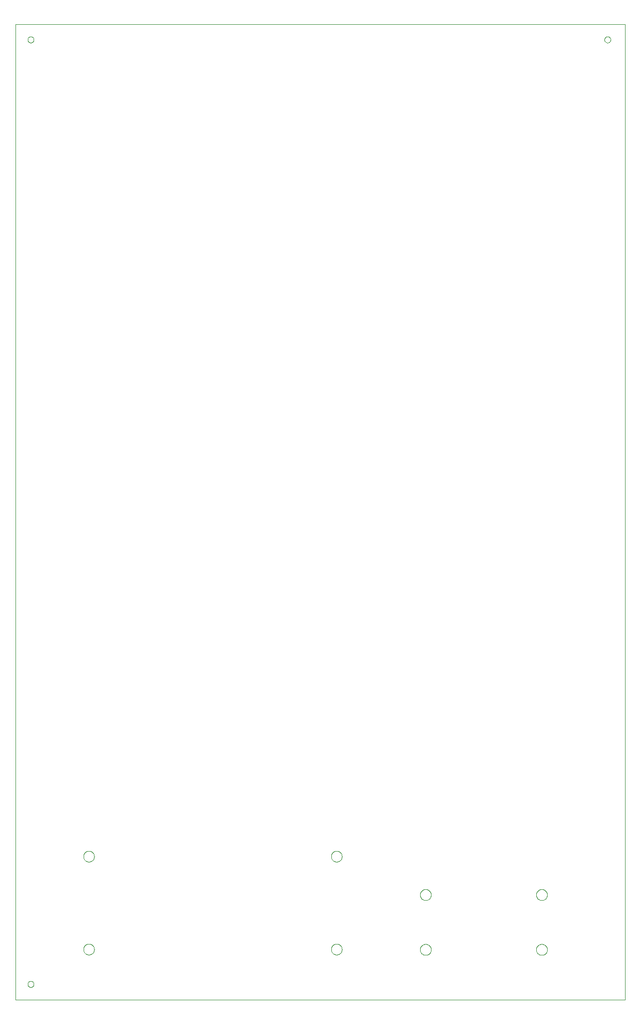
<source format=gko>
G75*
%MOIN*%
%OFA0B0*%
%FSLAX25Y25*%
%IPPOS*%
%LPD*%
%AMOC8*
5,1,8,0,0,1.08239X$1,22.5*
%
%ADD10C,0.00000*%
D10*
X0001000Y0001000D02*
X0001000Y0630921D01*
X0394701Y0630921D01*
X0394701Y0001000D01*
X0001000Y0001000D01*
X0009031Y0011000D02*
X0009033Y0011088D01*
X0009039Y0011176D01*
X0009049Y0011264D01*
X0009063Y0011352D01*
X0009080Y0011438D01*
X0009102Y0011524D01*
X0009127Y0011608D01*
X0009157Y0011692D01*
X0009189Y0011774D01*
X0009226Y0011854D01*
X0009266Y0011933D01*
X0009310Y0012010D01*
X0009357Y0012085D01*
X0009407Y0012157D01*
X0009461Y0012228D01*
X0009517Y0012295D01*
X0009577Y0012361D01*
X0009639Y0012423D01*
X0009705Y0012483D01*
X0009772Y0012539D01*
X0009843Y0012593D01*
X0009915Y0012643D01*
X0009990Y0012690D01*
X0010067Y0012734D01*
X0010146Y0012774D01*
X0010226Y0012811D01*
X0010308Y0012843D01*
X0010392Y0012873D01*
X0010476Y0012898D01*
X0010562Y0012920D01*
X0010648Y0012937D01*
X0010736Y0012951D01*
X0010824Y0012961D01*
X0010912Y0012967D01*
X0011000Y0012969D01*
X0011088Y0012967D01*
X0011176Y0012961D01*
X0011264Y0012951D01*
X0011352Y0012937D01*
X0011438Y0012920D01*
X0011524Y0012898D01*
X0011608Y0012873D01*
X0011692Y0012843D01*
X0011774Y0012811D01*
X0011854Y0012774D01*
X0011933Y0012734D01*
X0012010Y0012690D01*
X0012085Y0012643D01*
X0012157Y0012593D01*
X0012228Y0012539D01*
X0012295Y0012483D01*
X0012361Y0012423D01*
X0012423Y0012361D01*
X0012483Y0012295D01*
X0012539Y0012228D01*
X0012593Y0012157D01*
X0012643Y0012085D01*
X0012690Y0012010D01*
X0012734Y0011933D01*
X0012774Y0011854D01*
X0012811Y0011774D01*
X0012843Y0011692D01*
X0012873Y0011608D01*
X0012898Y0011524D01*
X0012920Y0011438D01*
X0012937Y0011352D01*
X0012951Y0011264D01*
X0012961Y0011176D01*
X0012967Y0011088D01*
X0012969Y0011000D01*
X0012967Y0010912D01*
X0012961Y0010824D01*
X0012951Y0010736D01*
X0012937Y0010648D01*
X0012920Y0010562D01*
X0012898Y0010476D01*
X0012873Y0010392D01*
X0012843Y0010308D01*
X0012811Y0010226D01*
X0012774Y0010146D01*
X0012734Y0010067D01*
X0012690Y0009990D01*
X0012643Y0009915D01*
X0012593Y0009843D01*
X0012539Y0009772D01*
X0012483Y0009705D01*
X0012423Y0009639D01*
X0012361Y0009577D01*
X0012295Y0009517D01*
X0012228Y0009461D01*
X0012157Y0009407D01*
X0012085Y0009357D01*
X0012010Y0009310D01*
X0011933Y0009266D01*
X0011854Y0009226D01*
X0011774Y0009189D01*
X0011692Y0009157D01*
X0011608Y0009127D01*
X0011524Y0009102D01*
X0011438Y0009080D01*
X0011352Y0009063D01*
X0011264Y0009049D01*
X0011176Y0009039D01*
X0011088Y0009033D01*
X0011000Y0009031D01*
X0010912Y0009033D01*
X0010824Y0009039D01*
X0010736Y0009049D01*
X0010648Y0009063D01*
X0010562Y0009080D01*
X0010476Y0009102D01*
X0010392Y0009127D01*
X0010308Y0009157D01*
X0010226Y0009189D01*
X0010146Y0009226D01*
X0010067Y0009266D01*
X0009990Y0009310D01*
X0009915Y0009357D01*
X0009843Y0009407D01*
X0009772Y0009461D01*
X0009705Y0009517D01*
X0009639Y0009577D01*
X0009577Y0009639D01*
X0009517Y0009705D01*
X0009461Y0009772D01*
X0009407Y0009843D01*
X0009357Y0009915D01*
X0009310Y0009990D01*
X0009266Y0010067D01*
X0009226Y0010146D01*
X0009189Y0010226D01*
X0009157Y0010308D01*
X0009127Y0010392D01*
X0009102Y0010476D01*
X0009080Y0010562D01*
X0009063Y0010648D01*
X0009049Y0010736D01*
X0009039Y0010824D01*
X0009033Y0010912D01*
X0009031Y0011000D01*
X0045000Y0033500D02*
X0045002Y0033618D01*
X0045008Y0033736D01*
X0045018Y0033854D01*
X0045032Y0033971D01*
X0045050Y0034088D01*
X0045072Y0034205D01*
X0045097Y0034320D01*
X0045127Y0034434D01*
X0045161Y0034548D01*
X0045198Y0034660D01*
X0045239Y0034771D01*
X0045284Y0034880D01*
X0045332Y0034988D01*
X0045384Y0035094D01*
X0045440Y0035199D01*
X0045499Y0035301D01*
X0045561Y0035401D01*
X0045627Y0035499D01*
X0045696Y0035595D01*
X0045769Y0035689D01*
X0045844Y0035780D01*
X0045923Y0035868D01*
X0046004Y0035954D01*
X0046089Y0036037D01*
X0046176Y0036117D01*
X0046265Y0036194D01*
X0046358Y0036268D01*
X0046452Y0036338D01*
X0046549Y0036406D01*
X0046649Y0036470D01*
X0046750Y0036531D01*
X0046853Y0036588D01*
X0046959Y0036642D01*
X0047066Y0036693D01*
X0047174Y0036739D01*
X0047284Y0036782D01*
X0047396Y0036821D01*
X0047509Y0036857D01*
X0047623Y0036888D01*
X0047738Y0036916D01*
X0047853Y0036940D01*
X0047970Y0036960D01*
X0048087Y0036976D01*
X0048205Y0036988D01*
X0048323Y0036996D01*
X0048441Y0037000D01*
X0048559Y0037000D01*
X0048677Y0036996D01*
X0048795Y0036988D01*
X0048913Y0036976D01*
X0049030Y0036960D01*
X0049147Y0036940D01*
X0049262Y0036916D01*
X0049377Y0036888D01*
X0049491Y0036857D01*
X0049604Y0036821D01*
X0049716Y0036782D01*
X0049826Y0036739D01*
X0049934Y0036693D01*
X0050041Y0036642D01*
X0050147Y0036588D01*
X0050250Y0036531D01*
X0050351Y0036470D01*
X0050451Y0036406D01*
X0050548Y0036338D01*
X0050642Y0036268D01*
X0050735Y0036194D01*
X0050824Y0036117D01*
X0050911Y0036037D01*
X0050996Y0035954D01*
X0051077Y0035868D01*
X0051156Y0035780D01*
X0051231Y0035689D01*
X0051304Y0035595D01*
X0051373Y0035499D01*
X0051439Y0035401D01*
X0051501Y0035301D01*
X0051560Y0035199D01*
X0051616Y0035094D01*
X0051668Y0034988D01*
X0051716Y0034880D01*
X0051761Y0034771D01*
X0051802Y0034660D01*
X0051839Y0034548D01*
X0051873Y0034434D01*
X0051903Y0034320D01*
X0051928Y0034205D01*
X0051950Y0034088D01*
X0051968Y0033971D01*
X0051982Y0033854D01*
X0051992Y0033736D01*
X0051998Y0033618D01*
X0052000Y0033500D01*
X0051998Y0033382D01*
X0051992Y0033264D01*
X0051982Y0033146D01*
X0051968Y0033029D01*
X0051950Y0032912D01*
X0051928Y0032795D01*
X0051903Y0032680D01*
X0051873Y0032566D01*
X0051839Y0032452D01*
X0051802Y0032340D01*
X0051761Y0032229D01*
X0051716Y0032120D01*
X0051668Y0032012D01*
X0051616Y0031906D01*
X0051560Y0031801D01*
X0051501Y0031699D01*
X0051439Y0031599D01*
X0051373Y0031501D01*
X0051304Y0031405D01*
X0051231Y0031311D01*
X0051156Y0031220D01*
X0051077Y0031132D01*
X0050996Y0031046D01*
X0050911Y0030963D01*
X0050824Y0030883D01*
X0050735Y0030806D01*
X0050642Y0030732D01*
X0050548Y0030662D01*
X0050451Y0030594D01*
X0050351Y0030530D01*
X0050250Y0030469D01*
X0050147Y0030412D01*
X0050041Y0030358D01*
X0049934Y0030307D01*
X0049826Y0030261D01*
X0049716Y0030218D01*
X0049604Y0030179D01*
X0049491Y0030143D01*
X0049377Y0030112D01*
X0049262Y0030084D01*
X0049147Y0030060D01*
X0049030Y0030040D01*
X0048913Y0030024D01*
X0048795Y0030012D01*
X0048677Y0030004D01*
X0048559Y0030000D01*
X0048441Y0030000D01*
X0048323Y0030004D01*
X0048205Y0030012D01*
X0048087Y0030024D01*
X0047970Y0030040D01*
X0047853Y0030060D01*
X0047738Y0030084D01*
X0047623Y0030112D01*
X0047509Y0030143D01*
X0047396Y0030179D01*
X0047284Y0030218D01*
X0047174Y0030261D01*
X0047066Y0030307D01*
X0046959Y0030358D01*
X0046853Y0030412D01*
X0046750Y0030469D01*
X0046649Y0030530D01*
X0046549Y0030594D01*
X0046452Y0030662D01*
X0046358Y0030732D01*
X0046265Y0030806D01*
X0046176Y0030883D01*
X0046089Y0030963D01*
X0046004Y0031046D01*
X0045923Y0031132D01*
X0045844Y0031220D01*
X0045769Y0031311D01*
X0045696Y0031405D01*
X0045627Y0031501D01*
X0045561Y0031599D01*
X0045499Y0031699D01*
X0045440Y0031801D01*
X0045384Y0031906D01*
X0045332Y0032012D01*
X0045284Y0032120D01*
X0045239Y0032229D01*
X0045198Y0032340D01*
X0045161Y0032452D01*
X0045127Y0032566D01*
X0045097Y0032680D01*
X0045072Y0032795D01*
X0045050Y0032912D01*
X0045032Y0033029D01*
X0045018Y0033146D01*
X0045008Y0033264D01*
X0045002Y0033382D01*
X0045000Y0033500D01*
X0045000Y0093500D02*
X0045002Y0093618D01*
X0045008Y0093736D01*
X0045018Y0093854D01*
X0045032Y0093971D01*
X0045050Y0094088D01*
X0045072Y0094205D01*
X0045097Y0094320D01*
X0045127Y0094434D01*
X0045161Y0094548D01*
X0045198Y0094660D01*
X0045239Y0094771D01*
X0045284Y0094880D01*
X0045332Y0094988D01*
X0045384Y0095094D01*
X0045440Y0095199D01*
X0045499Y0095301D01*
X0045561Y0095401D01*
X0045627Y0095499D01*
X0045696Y0095595D01*
X0045769Y0095689D01*
X0045844Y0095780D01*
X0045923Y0095868D01*
X0046004Y0095954D01*
X0046089Y0096037D01*
X0046176Y0096117D01*
X0046265Y0096194D01*
X0046358Y0096268D01*
X0046452Y0096338D01*
X0046549Y0096406D01*
X0046649Y0096470D01*
X0046750Y0096531D01*
X0046853Y0096588D01*
X0046959Y0096642D01*
X0047066Y0096693D01*
X0047174Y0096739D01*
X0047284Y0096782D01*
X0047396Y0096821D01*
X0047509Y0096857D01*
X0047623Y0096888D01*
X0047738Y0096916D01*
X0047853Y0096940D01*
X0047970Y0096960D01*
X0048087Y0096976D01*
X0048205Y0096988D01*
X0048323Y0096996D01*
X0048441Y0097000D01*
X0048559Y0097000D01*
X0048677Y0096996D01*
X0048795Y0096988D01*
X0048913Y0096976D01*
X0049030Y0096960D01*
X0049147Y0096940D01*
X0049262Y0096916D01*
X0049377Y0096888D01*
X0049491Y0096857D01*
X0049604Y0096821D01*
X0049716Y0096782D01*
X0049826Y0096739D01*
X0049934Y0096693D01*
X0050041Y0096642D01*
X0050147Y0096588D01*
X0050250Y0096531D01*
X0050351Y0096470D01*
X0050451Y0096406D01*
X0050548Y0096338D01*
X0050642Y0096268D01*
X0050735Y0096194D01*
X0050824Y0096117D01*
X0050911Y0096037D01*
X0050996Y0095954D01*
X0051077Y0095868D01*
X0051156Y0095780D01*
X0051231Y0095689D01*
X0051304Y0095595D01*
X0051373Y0095499D01*
X0051439Y0095401D01*
X0051501Y0095301D01*
X0051560Y0095199D01*
X0051616Y0095094D01*
X0051668Y0094988D01*
X0051716Y0094880D01*
X0051761Y0094771D01*
X0051802Y0094660D01*
X0051839Y0094548D01*
X0051873Y0094434D01*
X0051903Y0094320D01*
X0051928Y0094205D01*
X0051950Y0094088D01*
X0051968Y0093971D01*
X0051982Y0093854D01*
X0051992Y0093736D01*
X0051998Y0093618D01*
X0052000Y0093500D01*
X0051998Y0093382D01*
X0051992Y0093264D01*
X0051982Y0093146D01*
X0051968Y0093029D01*
X0051950Y0092912D01*
X0051928Y0092795D01*
X0051903Y0092680D01*
X0051873Y0092566D01*
X0051839Y0092452D01*
X0051802Y0092340D01*
X0051761Y0092229D01*
X0051716Y0092120D01*
X0051668Y0092012D01*
X0051616Y0091906D01*
X0051560Y0091801D01*
X0051501Y0091699D01*
X0051439Y0091599D01*
X0051373Y0091501D01*
X0051304Y0091405D01*
X0051231Y0091311D01*
X0051156Y0091220D01*
X0051077Y0091132D01*
X0050996Y0091046D01*
X0050911Y0090963D01*
X0050824Y0090883D01*
X0050735Y0090806D01*
X0050642Y0090732D01*
X0050548Y0090662D01*
X0050451Y0090594D01*
X0050351Y0090530D01*
X0050250Y0090469D01*
X0050147Y0090412D01*
X0050041Y0090358D01*
X0049934Y0090307D01*
X0049826Y0090261D01*
X0049716Y0090218D01*
X0049604Y0090179D01*
X0049491Y0090143D01*
X0049377Y0090112D01*
X0049262Y0090084D01*
X0049147Y0090060D01*
X0049030Y0090040D01*
X0048913Y0090024D01*
X0048795Y0090012D01*
X0048677Y0090004D01*
X0048559Y0090000D01*
X0048441Y0090000D01*
X0048323Y0090004D01*
X0048205Y0090012D01*
X0048087Y0090024D01*
X0047970Y0090040D01*
X0047853Y0090060D01*
X0047738Y0090084D01*
X0047623Y0090112D01*
X0047509Y0090143D01*
X0047396Y0090179D01*
X0047284Y0090218D01*
X0047174Y0090261D01*
X0047066Y0090307D01*
X0046959Y0090358D01*
X0046853Y0090412D01*
X0046750Y0090469D01*
X0046649Y0090530D01*
X0046549Y0090594D01*
X0046452Y0090662D01*
X0046358Y0090732D01*
X0046265Y0090806D01*
X0046176Y0090883D01*
X0046089Y0090963D01*
X0046004Y0091046D01*
X0045923Y0091132D01*
X0045844Y0091220D01*
X0045769Y0091311D01*
X0045696Y0091405D01*
X0045627Y0091501D01*
X0045561Y0091599D01*
X0045499Y0091699D01*
X0045440Y0091801D01*
X0045384Y0091906D01*
X0045332Y0092012D01*
X0045284Y0092120D01*
X0045239Y0092229D01*
X0045198Y0092340D01*
X0045161Y0092452D01*
X0045127Y0092566D01*
X0045097Y0092680D01*
X0045072Y0092795D01*
X0045050Y0092912D01*
X0045032Y0093029D01*
X0045018Y0093146D01*
X0045008Y0093264D01*
X0045002Y0093382D01*
X0045000Y0093500D01*
X0205000Y0093500D02*
X0205002Y0093618D01*
X0205008Y0093736D01*
X0205018Y0093854D01*
X0205032Y0093971D01*
X0205050Y0094088D01*
X0205072Y0094205D01*
X0205097Y0094320D01*
X0205127Y0094434D01*
X0205161Y0094548D01*
X0205198Y0094660D01*
X0205239Y0094771D01*
X0205284Y0094880D01*
X0205332Y0094988D01*
X0205384Y0095094D01*
X0205440Y0095199D01*
X0205499Y0095301D01*
X0205561Y0095401D01*
X0205627Y0095499D01*
X0205696Y0095595D01*
X0205769Y0095689D01*
X0205844Y0095780D01*
X0205923Y0095868D01*
X0206004Y0095954D01*
X0206089Y0096037D01*
X0206176Y0096117D01*
X0206265Y0096194D01*
X0206358Y0096268D01*
X0206452Y0096338D01*
X0206549Y0096406D01*
X0206649Y0096470D01*
X0206750Y0096531D01*
X0206853Y0096588D01*
X0206959Y0096642D01*
X0207066Y0096693D01*
X0207174Y0096739D01*
X0207284Y0096782D01*
X0207396Y0096821D01*
X0207509Y0096857D01*
X0207623Y0096888D01*
X0207738Y0096916D01*
X0207853Y0096940D01*
X0207970Y0096960D01*
X0208087Y0096976D01*
X0208205Y0096988D01*
X0208323Y0096996D01*
X0208441Y0097000D01*
X0208559Y0097000D01*
X0208677Y0096996D01*
X0208795Y0096988D01*
X0208913Y0096976D01*
X0209030Y0096960D01*
X0209147Y0096940D01*
X0209262Y0096916D01*
X0209377Y0096888D01*
X0209491Y0096857D01*
X0209604Y0096821D01*
X0209716Y0096782D01*
X0209826Y0096739D01*
X0209934Y0096693D01*
X0210041Y0096642D01*
X0210147Y0096588D01*
X0210250Y0096531D01*
X0210351Y0096470D01*
X0210451Y0096406D01*
X0210548Y0096338D01*
X0210642Y0096268D01*
X0210735Y0096194D01*
X0210824Y0096117D01*
X0210911Y0096037D01*
X0210996Y0095954D01*
X0211077Y0095868D01*
X0211156Y0095780D01*
X0211231Y0095689D01*
X0211304Y0095595D01*
X0211373Y0095499D01*
X0211439Y0095401D01*
X0211501Y0095301D01*
X0211560Y0095199D01*
X0211616Y0095094D01*
X0211668Y0094988D01*
X0211716Y0094880D01*
X0211761Y0094771D01*
X0211802Y0094660D01*
X0211839Y0094548D01*
X0211873Y0094434D01*
X0211903Y0094320D01*
X0211928Y0094205D01*
X0211950Y0094088D01*
X0211968Y0093971D01*
X0211982Y0093854D01*
X0211992Y0093736D01*
X0211998Y0093618D01*
X0212000Y0093500D01*
X0211998Y0093382D01*
X0211992Y0093264D01*
X0211982Y0093146D01*
X0211968Y0093029D01*
X0211950Y0092912D01*
X0211928Y0092795D01*
X0211903Y0092680D01*
X0211873Y0092566D01*
X0211839Y0092452D01*
X0211802Y0092340D01*
X0211761Y0092229D01*
X0211716Y0092120D01*
X0211668Y0092012D01*
X0211616Y0091906D01*
X0211560Y0091801D01*
X0211501Y0091699D01*
X0211439Y0091599D01*
X0211373Y0091501D01*
X0211304Y0091405D01*
X0211231Y0091311D01*
X0211156Y0091220D01*
X0211077Y0091132D01*
X0210996Y0091046D01*
X0210911Y0090963D01*
X0210824Y0090883D01*
X0210735Y0090806D01*
X0210642Y0090732D01*
X0210548Y0090662D01*
X0210451Y0090594D01*
X0210351Y0090530D01*
X0210250Y0090469D01*
X0210147Y0090412D01*
X0210041Y0090358D01*
X0209934Y0090307D01*
X0209826Y0090261D01*
X0209716Y0090218D01*
X0209604Y0090179D01*
X0209491Y0090143D01*
X0209377Y0090112D01*
X0209262Y0090084D01*
X0209147Y0090060D01*
X0209030Y0090040D01*
X0208913Y0090024D01*
X0208795Y0090012D01*
X0208677Y0090004D01*
X0208559Y0090000D01*
X0208441Y0090000D01*
X0208323Y0090004D01*
X0208205Y0090012D01*
X0208087Y0090024D01*
X0207970Y0090040D01*
X0207853Y0090060D01*
X0207738Y0090084D01*
X0207623Y0090112D01*
X0207509Y0090143D01*
X0207396Y0090179D01*
X0207284Y0090218D01*
X0207174Y0090261D01*
X0207066Y0090307D01*
X0206959Y0090358D01*
X0206853Y0090412D01*
X0206750Y0090469D01*
X0206649Y0090530D01*
X0206549Y0090594D01*
X0206452Y0090662D01*
X0206358Y0090732D01*
X0206265Y0090806D01*
X0206176Y0090883D01*
X0206089Y0090963D01*
X0206004Y0091046D01*
X0205923Y0091132D01*
X0205844Y0091220D01*
X0205769Y0091311D01*
X0205696Y0091405D01*
X0205627Y0091501D01*
X0205561Y0091599D01*
X0205499Y0091699D01*
X0205440Y0091801D01*
X0205384Y0091906D01*
X0205332Y0092012D01*
X0205284Y0092120D01*
X0205239Y0092229D01*
X0205198Y0092340D01*
X0205161Y0092452D01*
X0205127Y0092566D01*
X0205097Y0092680D01*
X0205072Y0092795D01*
X0205050Y0092912D01*
X0205032Y0093029D01*
X0205018Y0093146D01*
X0205008Y0093264D01*
X0205002Y0093382D01*
X0205000Y0093500D01*
X0205000Y0033500D02*
X0205002Y0033618D01*
X0205008Y0033736D01*
X0205018Y0033854D01*
X0205032Y0033971D01*
X0205050Y0034088D01*
X0205072Y0034205D01*
X0205097Y0034320D01*
X0205127Y0034434D01*
X0205161Y0034548D01*
X0205198Y0034660D01*
X0205239Y0034771D01*
X0205284Y0034880D01*
X0205332Y0034988D01*
X0205384Y0035094D01*
X0205440Y0035199D01*
X0205499Y0035301D01*
X0205561Y0035401D01*
X0205627Y0035499D01*
X0205696Y0035595D01*
X0205769Y0035689D01*
X0205844Y0035780D01*
X0205923Y0035868D01*
X0206004Y0035954D01*
X0206089Y0036037D01*
X0206176Y0036117D01*
X0206265Y0036194D01*
X0206358Y0036268D01*
X0206452Y0036338D01*
X0206549Y0036406D01*
X0206649Y0036470D01*
X0206750Y0036531D01*
X0206853Y0036588D01*
X0206959Y0036642D01*
X0207066Y0036693D01*
X0207174Y0036739D01*
X0207284Y0036782D01*
X0207396Y0036821D01*
X0207509Y0036857D01*
X0207623Y0036888D01*
X0207738Y0036916D01*
X0207853Y0036940D01*
X0207970Y0036960D01*
X0208087Y0036976D01*
X0208205Y0036988D01*
X0208323Y0036996D01*
X0208441Y0037000D01*
X0208559Y0037000D01*
X0208677Y0036996D01*
X0208795Y0036988D01*
X0208913Y0036976D01*
X0209030Y0036960D01*
X0209147Y0036940D01*
X0209262Y0036916D01*
X0209377Y0036888D01*
X0209491Y0036857D01*
X0209604Y0036821D01*
X0209716Y0036782D01*
X0209826Y0036739D01*
X0209934Y0036693D01*
X0210041Y0036642D01*
X0210147Y0036588D01*
X0210250Y0036531D01*
X0210351Y0036470D01*
X0210451Y0036406D01*
X0210548Y0036338D01*
X0210642Y0036268D01*
X0210735Y0036194D01*
X0210824Y0036117D01*
X0210911Y0036037D01*
X0210996Y0035954D01*
X0211077Y0035868D01*
X0211156Y0035780D01*
X0211231Y0035689D01*
X0211304Y0035595D01*
X0211373Y0035499D01*
X0211439Y0035401D01*
X0211501Y0035301D01*
X0211560Y0035199D01*
X0211616Y0035094D01*
X0211668Y0034988D01*
X0211716Y0034880D01*
X0211761Y0034771D01*
X0211802Y0034660D01*
X0211839Y0034548D01*
X0211873Y0034434D01*
X0211903Y0034320D01*
X0211928Y0034205D01*
X0211950Y0034088D01*
X0211968Y0033971D01*
X0211982Y0033854D01*
X0211992Y0033736D01*
X0211998Y0033618D01*
X0212000Y0033500D01*
X0211998Y0033382D01*
X0211992Y0033264D01*
X0211982Y0033146D01*
X0211968Y0033029D01*
X0211950Y0032912D01*
X0211928Y0032795D01*
X0211903Y0032680D01*
X0211873Y0032566D01*
X0211839Y0032452D01*
X0211802Y0032340D01*
X0211761Y0032229D01*
X0211716Y0032120D01*
X0211668Y0032012D01*
X0211616Y0031906D01*
X0211560Y0031801D01*
X0211501Y0031699D01*
X0211439Y0031599D01*
X0211373Y0031501D01*
X0211304Y0031405D01*
X0211231Y0031311D01*
X0211156Y0031220D01*
X0211077Y0031132D01*
X0210996Y0031046D01*
X0210911Y0030963D01*
X0210824Y0030883D01*
X0210735Y0030806D01*
X0210642Y0030732D01*
X0210548Y0030662D01*
X0210451Y0030594D01*
X0210351Y0030530D01*
X0210250Y0030469D01*
X0210147Y0030412D01*
X0210041Y0030358D01*
X0209934Y0030307D01*
X0209826Y0030261D01*
X0209716Y0030218D01*
X0209604Y0030179D01*
X0209491Y0030143D01*
X0209377Y0030112D01*
X0209262Y0030084D01*
X0209147Y0030060D01*
X0209030Y0030040D01*
X0208913Y0030024D01*
X0208795Y0030012D01*
X0208677Y0030004D01*
X0208559Y0030000D01*
X0208441Y0030000D01*
X0208323Y0030004D01*
X0208205Y0030012D01*
X0208087Y0030024D01*
X0207970Y0030040D01*
X0207853Y0030060D01*
X0207738Y0030084D01*
X0207623Y0030112D01*
X0207509Y0030143D01*
X0207396Y0030179D01*
X0207284Y0030218D01*
X0207174Y0030261D01*
X0207066Y0030307D01*
X0206959Y0030358D01*
X0206853Y0030412D01*
X0206750Y0030469D01*
X0206649Y0030530D01*
X0206549Y0030594D01*
X0206452Y0030662D01*
X0206358Y0030732D01*
X0206265Y0030806D01*
X0206176Y0030883D01*
X0206089Y0030963D01*
X0206004Y0031046D01*
X0205923Y0031132D01*
X0205844Y0031220D01*
X0205769Y0031311D01*
X0205696Y0031405D01*
X0205627Y0031501D01*
X0205561Y0031599D01*
X0205499Y0031699D01*
X0205440Y0031801D01*
X0205384Y0031906D01*
X0205332Y0032012D01*
X0205284Y0032120D01*
X0205239Y0032229D01*
X0205198Y0032340D01*
X0205161Y0032452D01*
X0205127Y0032566D01*
X0205097Y0032680D01*
X0205072Y0032795D01*
X0205050Y0032912D01*
X0205032Y0033029D01*
X0205018Y0033146D01*
X0205008Y0033264D01*
X0205002Y0033382D01*
X0205000Y0033500D01*
X0262450Y0033300D02*
X0262452Y0033419D01*
X0262458Y0033537D01*
X0262468Y0033655D01*
X0262482Y0033773D01*
X0262499Y0033890D01*
X0262521Y0034007D01*
X0262547Y0034123D01*
X0262576Y0034238D01*
X0262609Y0034352D01*
X0262646Y0034464D01*
X0262687Y0034576D01*
X0262732Y0034686D01*
X0262780Y0034794D01*
X0262832Y0034901D01*
X0262887Y0035006D01*
X0262946Y0035109D01*
X0263008Y0035210D01*
X0263073Y0035309D01*
X0263142Y0035406D01*
X0263214Y0035500D01*
X0263289Y0035592D01*
X0263367Y0035681D01*
X0263448Y0035768D01*
X0263532Y0035852D01*
X0263619Y0035933D01*
X0263708Y0036011D01*
X0263800Y0036086D01*
X0263894Y0036158D01*
X0263991Y0036227D01*
X0264090Y0036292D01*
X0264191Y0036354D01*
X0264294Y0036413D01*
X0264399Y0036468D01*
X0264506Y0036520D01*
X0264614Y0036568D01*
X0264724Y0036613D01*
X0264836Y0036654D01*
X0264948Y0036691D01*
X0265062Y0036724D01*
X0265177Y0036753D01*
X0265293Y0036779D01*
X0265410Y0036801D01*
X0265527Y0036818D01*
X0265645Y0036832D01*
X0265763Y0036842D01*
X0265881Y0036848D01*
X0266000Y0036850D01*
X0266119Y0036848D01*
X0266237Y0036842D01*
X0266355Y0036832D01*
X0266473Y0036818D01*
X0266590Y0036801D01*
X0266707Y0036779D01*
X0266823Y0036753D01*
X0266938Y0036724D01*
X0267052Y0036691D01*
X0267164Y0036654D01*
X0267276Y0036613D01*
X0267386Y0036568D01*
X0267494Y0036520D01*
X0267601Y0036468D01*
X0267706Y0036413D01*
X0267809Y0036354D01*
X0267910Y0036292D01*
X0268009Y0036227D01*
X0268106Y0036158D01*
X0268200Y0036086D01*
X0268292Y0036011D01*
X0268381Y0035933D01*
X0268468Y0035852D01*
X0268552Y0035768D01*
X0268633Y0035681D01*
X0268711Y0035592D01*
X0268786Y0035500D01*
X0268858Y0035406D01*
X0268927Y0035309D01*
X0268992Y0035210D01*
X0269054Y0035109D01*
X0269113Y0035006D01*
X0269168Y0034901D01*
X0269220Y0034794D01*
X0269268Y0034686D01*
X0269313Y0034576D01*
X0269354Y0034464D01*
X0269391Y0034352D01*
X0269424Y0034238D01*
X0269453Y0034123D01*
X0269479Y0034007D01*
X0269501Y0033890D01*
X0269518Y0033773D01*
X0269532Y0033655D01*
X0269542Y0033537D01*
X0269548Y0033419D01*
X0269550Y0033300D01*
X0269548Y0033181D01*
X0269542Y0033063D01*
X0269532Y0032945D01*
X0269518Y0032827D01*
X0269501Y0032710D01*
X0269479Y0032593D01*
X0269453Y0032477D01*
X0269424Y0032362D01*
X0269391Y0032248D01*
X0269354Y0032136D01*
X0269313Y0032024D01*
X0269268Y0031914D01*
X0269220Y0031806D01*
X0269168Y0031699D01*
X0269113Y0031594D01*
X0269054Y0031491D01*
X0268992Y0031390D01*
X0268927Y0031291D01*
X0268858Y0031194D01*
X0268786Y0031100D01*
X0268711Y0031008D01*
X0268633Y0030919D01*
X0268552Y0030832D01*
X0268468Y0030748D01*
X0268381Y0030667D01*
X0268292Y0030589D01*
X0268200Y0030514D01*
X0268106Y0030442D01*
X0268009Y0030373D01*
X0267910Y0030308D01*
X0267809Y0030246D01*
X0267706Y0030187D01*
X0267601Y0030132D01*
X0267494Y0030080D01*
X0267386Y0030032D01*
X0267276Y0029987D01*
X0267164Y0029946D01*
X0267052Y0029909D01*
X0266938Y0029876D01*
X0266823Y0029847D01*
X0266707Y0029821D01*
X0266590Y0029799D01*
X0266473Y0029782D01*
X0266355Y0029768D01*
X0266237Y0029758D01*
X0266119Y0029752D01*
X0266000Y0029750D01*
X0265881Y0029752D01*
X0265763Y0029758D01*
X0265645Y0029768D01*
X0265527Y0029782D01*
X0265410Y0029799D01*
X0265293Y0029821D01*
X0265177Y0029847D01*
X0265062Y0029876D01*
X0264948Y0029909D01*
X0264836Y0029946D01*
X0264724Y0029987D01*
X0264614Y0030032D01*
X0264506Y0030080D01*
X0264399Y0030132D01*
X0264294Y0030187D01*
X0264191Y0030246D01*
X0264090Y0030308D01*
X0263991Y0030373D01*
X0263894Y0030442D01*
X0263800Y0030514D01*
X0263708Y0030589D01*
X0263619Y0030667D01*
X0263532Y0030748D01*
X0263448Y0030832D01*
X0263367Y0030919D01*
X0263289Y0031008D01*
X0263214Y0031100D01*
X0263142Y0031194D01*
X0263073Y0031291D01*
X0263008Y0031390D01*
X0262946Y0031491D01*
X0262887Y0031594D01*
X0262832Y0031699D01*
X0262780Y0031806D01*
X0262732Y0031914D01*
X0262687Y0032024D01*
X0262646Y0032136D01*
X0262609Y0032248D01*
X0262576Y0032362D01*
X0262547Y0032477D01*
X0262521Y0032593D01*
X0262499Y0032710D01*
X0262482Y0032827D01*
X0262468Y0032945D01*
X0262458Y0033063D01*
X0262452Y0033181D01*
X0262450Y0033300D01*
X0262450Y0068700D02*
X0262452Y0068819D01*
X0262458Y0068937D01*
X0262468Y0069055D01*
X0262482Y0069173D01*
X0262499Y0069290D01*
X0262521Y0069407D01*
X0262547Y0069523D01*
X0262576Y0069638D01*
X0262609Y0069752D01*
X0262646Y0069864D01*
X0262687Y0069976D01*
X0262732Y0070086D01*
X0262780Y0070194D01*
X0262832Y0070301D01*
X0262887Y0070406D01*
X0262946Y0070509D01*
X0263008Y0070610D01*
X0263073Y0070709D01*
X0263142Y0070806D01*
X0263214Y0070900D01*
X0263289Y0070992D01*
X0263367Y0071081D01*
X0263448Y0071168D01*
X0263532Y0071252D01*
X0263619Y0071333D01*
X0263708Y0071411D01*
X0263800Y0071486D01*
X0263894Y0071558D01*
X0263991Y0071627D01*
X0264090Y0071692D01*
X0264191Y0071754D01*
X0264294Y0071813D01*
X0264399Y0071868D01*
X0264506Y0071920D01*
X0264614Y0071968D01*
X0264724Y0072013D01*
X0264836Y0072054D01*
X0264948Y0072091D01*
X0265062Y0072124D01*
X0265177Y0072153D01*
X0265293Y0072179D01*
X0265410Y0072201D01*
X0265527Y0072218D01*
X0265645Y0072232D01*
X0265763Y0072242D01*
X0265881Y0072248D01*
X0266000Y0072250D01*
X0266119Y0072248D01*
X0266237Y0072242D01*
X0266355Y0072232D01*
X0266473Y0072218D01*
X0266590Y0072201D01*
X0266707Y0072179D01*
X0266823Y0072153D01*
X0266938Y0072124D01*
X0267052Y0072091D01*
X0267164Y0072054D01*
X0267276Y0072013D01*
X0267386Y0071968D01*
X0267494Y0071920D01*
X0267601Y0071868D01*
X0267706Y0071813D01*
X0267809Y0071754D01*
X0267910Y0071692D01*
X0268009Y0071627D01*
X0268106Y0071558D01*
X0268200Y0071486D01*
X0268292Y0071411D01*
X0268381Y0071333D01*
X0268468Y0071252D01*
X0268552Y0071168D01*
X0268633Y0071081D01*
X0268711Y0070992D01*
X0268786Y0070900D01*
X0268858Y0070806D01*
X0268927Y0070709D01*
X0268992Y0070610D01*
X0269054Y0070509D01*
X0269113Y0070406D01*
X0269168Y0070301D01*
X0269220Y0070194D01*
X0269268Y0070086D01*
X0269313Y0069976D01*
X0269354Y0069864D01*
X0269391Y0069752D01*
X0269424Y0069638D01*
X0269453Y0069523D01*
X0269479Y0069407D01*
X0269501Y0069290D01*
X0269518Y0069173D01*
X0269532Y0069055D01*
X0269542Y0068937D01*
X0269548Y0068819D01*
X0269550Y0068700D01*
X0269548Y0068581D01*
X0269542Y0068463D01*
X0269532Y0068345D01*
X0269518Y0068227D01*
X0269501Y0068110D01*
X0269479Y0067993D01*
X0269453Y0067877D01*
X0269424Y0067762D01*
X0269391Y0067648D01*
X0269354Y0067536D01*
X0269313Y0067424D01*
X0269268Y0067314D01*
X0269220Y0067206D01*
X0269168Y0067099D01*
X0269113Y0066994D01*
X0269054Y0066891D01*
X0268992Y0066790D01*
X0268927Y0066691D01*
X0268858Y0066594D01*
X0268786Y0066500D01*
X0268711Y0066408D01*
X0268633Y0066319D01*
X0268552Y0066232D01*
X0268468Y0066148D01*
X0268381Y0066067D01*
X0268292Y0065989D01*
X0268200Y0065914D01*
X0268106Y0065842D01*
X0268009Y0065773D01*
X0267910Y0065708D01*
X0267809Y0065646D01*
X0267706Y0065587D01*
X0267601Y0065532D01*
X0267494Y0065480D01*
X0267386Y0065432D01*
X0267276Y0065387D01*
X0267164Y0065346D01*
X0267052Y0065309D01*
X0266938Y0065276D01*
X0266823Y0065247D01*
X0266707Y0065221D01*
X0266590Y0065199D01*
X0266473Y0065182D01*
X0266355Y0065168D01*
X0266237Y0065158D01*
X0266119Y0065152D01*
X0266000Y0065150D01*
X0265881Y0065152D01*
X0265763Y0065158D01*
X0265645Y0065168D01*
X0265527Y0065182D01*
X0265410Y0065199D01*
X0265293Y0065221D01*
X0265177Y0065247D01*
X0265062Y0065276D01*
X0264948Y0065309D01*
X0264836Y0065346D01*
X0264724Y0065387D01*
X0264614Y0065432D01*
X0264506Y0065480D01*
X0264399Y0065532D01*
X0264294Y0065587D01*
X0264191Y0065646D01*
X0264090Y0065708D01*
X0263991Y0065773D01*
X0263894Y0065842D01*
X0263800Y0065914D01*
X0263708Y0065989D01*
X0263619Y0066067D01*
X0263532Y0066148D01*
X0263448Y0066232D01*
X0263367Y0066319D01*
X0263289Y0066408D01*
X0263214Y0066500D01*
X0263142Y0066594D01*
X0263073Y0066691D01*
X0263008Y0066790D01*
X0262946Y0066891D01*
X0262887Y0066994D01*
X0262832Y0067099D01*
X0262780Y0067206D01*
X0262732Y0067314D01*
X0262687Y0067424D01*
X0262646Y0067536D01*
X0262609Y0067648D01*
X0262576Y0067762D01*
X0262547Y0067877D01*
X0262521Y0067993D01*
X0262499Y0068110D01*
X0262482Y0068227D01*
X0262468Y0068345D01*
X0262458Y0068463D01*
X0262452Y0068581D01*
X0262450Y0068700D01*
X0337450Y0068700D02*
X0337452Y0068819D01*
X0337458Y0068937D01*
X0337468Y0069055D01*
X0337482Y0069173D01*
X0337499Y0069290D01*
X0337521Y0069407D01*
X0337547Y0069523D01*
X0337576Y0069638D01*
X0337609Y0069752D01*
X0337646Y0069864D01*
X0337687Y0069976D01*
X0337732Y0070086D01*
X0337780Y0070194D01*
X0337832Y0070301D01*
X0337887Y0070406D01*
X0337946Y0070509D01*
X0338008Y0070610D01*
X0338073Y0070709D01*
X0338142Y0070806D01*
X0338214Y0070900D01*
X0338289Y0070992D01*
X0338367Y0071081D01*
X0338448Y0071168D01*
X0338532Y0071252D01*
X0338619Y0071333D01*
X0338708Y0071411D01*
X0338800Y0071486D01*
X0338894Y0071558D01*
X0338991Y0071627D01*
X0339090Y0071692D01*
X0339191Y0071754D01*
X0339294Y0071813D01*
X0339399Y0071868D01*
X0339506Y0071920D01*
X0339614Y0071968D01*
X0339724Y0072013D01*
X0339836Y0072054D01*
X0339948Y0072091D01*
X0340062Y0072124D01*
X0340177Y0072153D01*
X0340293Y0072179D01*
X0340410Y0072201D01*
X0340527Y0072218D01*
X0340645Y0072232D01*
X0340763Y0072242D01*
X0340881Y0072248D01*
X0341000Y0072250D01*
X0341119Y0072248D01*
X0341237Y0072242D01*
X0341355Y0072232D01*
X0341473Y0072218D01*
X0341590Y0072201D01*
X0341707Y0072179D01*
X0341823Y0072153D01*
X0341938Y0072124D01*
X0342052Y0072091D01*
X0342164Y0072054D01*
X0342276Y0072013D01*
X0342386Y0071968D01*
X0342494Y0071920D01*
X0342601Y0071868D01*
X0342706Y0071813D01*
X0342809Y0071754D01*
X0342910Y0071692D01*
X0343009Y0071627D01*
X0343106Y0071558D01*
X0343200Y0071486D01*
X0343292Y0071411D01*
X0343381Y0071333D01*
X0343468Y0071252D01*
X0343552Y0071168D01*
X0343633Y0071081D01*
X0343711Y0070992D01*
X0343786Y0070900D01*
X0343858Y0070806D01*
X0343927Y0070709D01*
X0343992Y0070610D01*
X0344054Y0070509D01*
X0344113Y0070406D01*
X0344168Y0070301D01*
X0344220Y0070194D01*
X0344268Y0070086D01*
X0344313Y0069976D01*
X0344354Y0069864D01*
X0344391Y0069752D01*
X0344424Y0069638D01*
X0344453Y0069523D01*
X0344479Y0069407D01*
X0344501Y0069290D01*
X0344518Y0069173D01*
X0344532Y0069055D01*
X0344542Y0068937D01*
X0344548Y0068819D01*
X0344550Y0068700D01*
X0344548Y0068581D01*
X0344542Y0068463D01*
X0344532Y0068345D01*
X0344518Y0068227D01*
X0344501Y0068110D01*
X0344479Y0067993D01*
X0344453Y0067877D01*
X0344424Y0067762D01*
X0344391Y0067648D01*
X0344354Y0067536D01*
X0344313Y0067424D01*
X0344268Y0067314D01*
X0344220Y0067206D01*
X0344168Y0067099D01*
X0344113Y0066994D01*
X0344054Y0066891D01*
X0343992Y0066790D01*
X0343927Y0066691D01*
X0343858Y0066594D01*
X0343786Y0066500D01*
X0343711Y0066408D01*
X0343633Y0066319D01*
X0343552Y0066232D01*
X0343468Y0066148D01*
X0343381Y0066067D01*
X0343292Y0065989D01*
X0343200Y0065914D01*
X0343106Y0065842D01*
X0343009Y0065773D01*
X0342910Y0065708D01*
X0342809Y0065646D01*
X0342706Y0065587D01*
X0342601Y0065532D01*
X0342494Y0065480D01*
X0342386Y0065432D01*
X0342276Y0065387D01*
X0342164Y0065346D01*
X0342052Y0065309D01*
X0341938Y0065276D01*
X0341823Y0065247D01*
X0341707Y0065221D01*
X0341590Y0065199D01*
X0341473Y0065182D01*
X0341355Y0065168D01*
X0341237Y0065158D01*
X0341119Y0065152D01*
X0341000Y0065150D01*
X0340881Y0065152D01*
X0340763Y0065158D01*
X0340645Y0065168D01*
X0340527Y0065182D01*
X0340410Y0065199D01*
X0340293Y0065221D01*
X0340177Y0065247D01*
X0340062Y0065276D01*
X0339948Y0065309D01*
X0339836Y0065346D01*
X0339724Y0065387D01*
X0339614Y0065432D01*
X0339506Y0065480D01*
X0339399Y0065532D01*
X0339294Y0065587D01*
X0339191Y0065646D01*
X0339090Y0065708D01*
X0338991Y0065773D01*
X0338894Y0065842D01*
X0338800Y0065914D01*
X0338708Y0065989D01*
X0338619Y0066067D01*
X0338532Y0066148D01*
X0338448Y0066232D01*
X0338367Y0066319D01*
X0338289Y0066408D01*
X0338214Y0066500D01*
X0338142Y0066594D01*
X0338073Y0066691D01*
X0338008Y0066790D01*
X0337946Y0066891D01*
X0337887Y0066994D01*
X0337832Y0067099D01*
X0337780Y0067206D01*
X0337732Y0067314D01*
X0337687Y0067424D01*
X0337646Y0067536D01*
X0337609Y0067648D01*
X0337576Y0067762D01*
X0337547Y0067877D01*
X0337521Y0067993D01*
X0337499Y0068110D01*
X0337482Y0068227D01*
X0337468Y0068345D01*
X0337458Y0068463D01*
X0337452Y0068581D01*
X0337450Y0068700D01*
X0337450Y0033300D02*
X0337452Y0033419D01*
X0337458Y0033537D01*
X0337468Y0033655D01*
X0337482Y0033773D01*
X0337499Y0033890D01*
X0337521Y0034007D01*
X0337547Y0034123D01*
X0337576Y0034238D01*
X0337609Y0034352D01*
X0337646Y0034464D01*
X0337687Y0034576D01*
X0337732Y0034686D01*
X0337780Y0034794D01*
X0337832Y0034901D01*
X0337887Y0035006D01*
X0337946Y0035109D01*
X0338008Y0035210D01*
X0338073Y0035309D01*
X0338142Y0035406D01*
X0338214Y0035500D01*
X0338289Y0035592D01*
X0338367Y0035681D01*
X0338448Y0035768D01*
X0338532Y0035852D01*
X0338619Y0035933D01*
X0338708Y0036011D01*
X0338800Y0036086D01*
X0338894Y0036158D01*
X0338991Y0036227D01*
X0339090Y0036292D01*
X0339191Y0036354D01*
X0339294Y0036413D01*
X0339399Y0036468D01*
X0339506Y0036520D01*
X0339614Y0036568D01*
X0339724Y0036613D01*
X0339836Y0036654D01*
X0339948Y0036691D01*
X0340062Y0036724D01*
X0340177Y0036753D01*
X0340293Y0036779D01*
X0340410Y0036801D01*
X0340527Y0036818D01*
X0340645Y0036832D01*
X0340763Y0036842D01*
X0340881Y0036848D01*
X0341000Y0036850D01*
X0341119Y0036848D01*
X0341237Y0036842D01*
X0341355Y0036832D01*
X0341473Y0036818D01*
X0341590Y0036801D01*
X0341707Y0036779D01*
X0341823Y0036753D01*
X0341938Y0036724D01*
X0342052Y0036691D01*
X0342164Y0036654D01*
X0342276Y0036613D01*
X0342386Y0036568D01*
X0342494Y0036520D01*
X0342601Y0036468D01*
X0342706Y0036413D01*
X0342809Y0036354D01*
X0342910Y0036292D01*
X0343009Y0036227D01*
X0343106Y0036158D01*
X0343200Y0036086D01*
X0343292Y0036011D01*
X0343381Y0035933D01*
X0343468Y0035852D01*
X0343552Y0035768D01*
X0343633Y0035681D01*
X0343711Y0035592D01*
X0343786Y0035500D01*
X0343858Y0035406D01*
X0343927Y0035309D01*
X0343992Y0035210D01*
X0344054Y0035109D01*
X0344113Y0035006D01*
X0344168Y0034901D01*
X0344220Y0034794D01*
X0344268Y0034686D01*
X0344313Y0034576D01*
X0344354Y0034464D01*
X0344391Y0034352D01*
X0344424Y0034238D01*
X0344453Y0034123D01*
X0344479Y0034007D01*
X0344501Y0033890D01*
X0344518Y0033773D01*
X0344532Y0033655D01*
X0344542Y0033537D01*
X0344548Y0033419D01*
X0344550Y0033300D01*
X0344548Y0033181D01*
X0344542Y0033063D01*
X0344532Y0032945D01*
X0344518Y0032827D01*
X0344501Y0032710D01*
X0344479Y0032593D01*
X0344453Y0032477D01*
X0344424Y0032362D01*
X0344391Y0032248D01*
X0344354Y0032136D01*
X0344313Y0032024D01*
X0344268Y0031914D01*
X0344220Y0031806D01*
X0344168Y0031699D01*
X0344113Y0031594D01*
X0344054Y0031491D01*
X0343992Y0031390D01*
X0343927Y0031291D01*
X0343858Y0031194D01*
X0343786Y0031100D01*
X0343711Y0031008D01*
X0343633Y0030919D01*
X0343552Y0030832D01*
X0343468Y0030748D01*
X0343381Y0030667D01*
X0343292Y0030589D01*
X0343200Y0030514D01*
X0343106Y0030442D01*
X0343009Y0030373D01*
X0342910Y0030308D01*
X0342809Y0030246D01*
X0342706Y0030187D01*
X0342601Y0030132D01*
X0342494Y0030080D01*
X0342386Y0030032D01*
X0342276Y0029987D01*
X0342164Y0029946D01*
X0342052Y0029909D01*
X0341938Y0029876D01*
X0341823Y0029847D01*
X0341707Y0029821D01*
X0341590Y0029799D01*
X0341473Y0029782D01*
X0341355Y0029768D01*
X0341237Y0029758D01*
X0341119Y0029752D01*
X0341000Y0029750D01*
X0340881Y0029752D01*
X0340763Y0029758D01*
X0340645Y0029768D01*
X0340527Y0029782D01*
X0340410Y0029799D01*
X0340293Y0029821D01*
X0340177Y0029847D01*
X0340062Y0029876D01*
X0339948Y0029909D01*
X0339836Y0029946D01*
X0339724Y0029987D01*
X0339614Y0030032D01*
X0339506Y0030080D01*
X0339399Y0030132D01*
X0339294Y0030187D01*
X0339191Y0030246D01*
X0339090Y0030308D01*
X0338991Y0030373D01*
X0338894Y0030442D01*
X0338800Y0030514D01*
X0338708Y0030589D01*
X0338619Y0030667D01*
X0338532Y0030748D01*
X0338448Y0030832D01*
X0338367Y0030919D01*
X0338289Y0031008D01*
X0338214Y0031100D01*
X0338142Y0031194D01*
X0338073Y0031291D01*
X0338008Y0031390D01*
X0337946Y0031491D01*
X0337887Y0031594D01*
X0337832Y0031699D01*
X0337780Y0031806D01*
X0337732Y0031914D01*
X0337687Y0032024D01*
X0337646Y0032136D01*
X0337609Y0032248D01*
X0337576Y0032362D01*
X0337547Y0032477D01*
X0337521Y0032593D01*
X0337499Y0032710D01*
X0337482Y0032827D01*
X0337468Y0032945D01*
X0337458Y0033063D01*
X0337452Y0033181D01*
X0337450Y0033300D01*
X0381531Y0621000D02*
X0381533Y0621088D01*
X0381539Y0621176D01*
X0381549Y0621264D01*
X0381563Y0621352D01*
X0381580Y0621438D01*
X0381602Y0621524D01*
X0381627Y0621608D01*
X0381657Y0621692D01*
X0381689Y0621774D01*
X0381726Y0621854D01*
X0381766Y0621933D01*
X0381810Y0622010D01*
X0381857Y0622085D01*
X0381907Y0622157D01*
X0381961Y0622228D01*
X0382017Y0622295D01*
X0382077Y0622361D01*
X0382139Y0622423D01*
X0382205Y0622483D01*
X0382272Y0622539D01*
X0382343Y0622593D01*
X0382415Y0622643D01*
X0382490Y0622690D01*
X0382567Y0622734D01*
X0382646Y0622774D01*
X0382726Y0622811D01*
X0382808Y0622843D01*
X0382892Y0622873D01*
X0382976Y0622898D01*
X0383062Y0622920D01*
X0383148Y0622937D01*
X0383236Y0622951D01*
X0383324Y0622961D01*
X0383412Y0622967D01*
X0383500Y0622969D01*
X0383588Y0622967D01*
X0383676Y0622961D01*
X0383764Y0622951D01*
X0383852Y0622937D01*
X0383938Y0622920D01*
X0384024Y0622898D01*
X0384108Y0622873D01*
X0384192Y0622843D01*
X0384274Y0622811D01*
X0384354Y0622774D01*
X0384433Y0622734D01*
X0384510Y0622690D01*
X0384585Y0622643D01*
X0384657Y0622593D01*
X0384728Y0622539D01*
X0384795Y0622483D01*
X0384861Y0622423D01*
X0384923Y0622361D01*
X0384983Y0622295D01*
X0385039Y0622228D01*
X0385093Y0622157D01*
X0385143Y0622085D01*
X0385190Y0622010D01*
X0385234Y0621933D01*
X0385274Y0621854D01*
X0385311Y0621774D01*
X0385343Y0621692D01*
X0385373Y0621608D01*
X0385398Y0621524D01*
X0385420Y0621438D01*
X0385437Y0621352D01*
X0385451Y0621264D01*
X0385461Y0621176D01*
X0385467Y0621088D01*
X0385469Y0621000D01*
X0385467Y0620912D01*
X0385461Y0620824D01*
X0385451Y0620736D01*
X0385437Y0620648D01*
X0385420Y0620562D01*
X0385398Y0620476D01*
X0385373Y0620392D01*
X0385343Y0620308D01*
X0385311Y0620226D01*
X0385274Y0620146D01*
X0385234Y0620067D01*
X0385190Y0619990D01*
X0385143Y0619915D01*
X0385093Y0619843D01*
X0385039Y0619772D01*
X0384983Y0619705D01*
X0384923Y0619639D01*
X0384861Y0619577D01*
X0384795Y0619517D01*
X0384728Y0619461D01*
X0384657Y0619407D01*
X0384585Y0619357D01*
X0384510Y0619310D01*
X0384433Y0619266D01*
X0384354Y0619226D01*
X0384274Y0619189D01*
X0384192Y0619157D01*
X0384108Y0619127D01*
X0384024Y0619102D01*
X0383938Y0619080D01*
X0383852Y0619063D01*
X0383764Y0619049D01*
X0383676Y0619039D01*
X0383588Y0619033D01*
X0383500Y0619031D01*
X0383412Y0619033D01*
X0383324Y0619039D01*
X0383236Y0619049D01*
X0383148Y0619063D01*
X0383062Y0619080D01*
X0382976Y0619102D01*
X0382892Y0619127D01*
X0382808Y0619157D01*
X0382726Y0619189D01*
X0382646Y0619226D01*
X0382567Y0619266D01*
X0382490Y0619310D01*
X0382415Y0619357D01*
X0382343Y0619407D01*
X0382272Y0619461D01*
X0382205Y0619517D01*
X0382139Y0619577D01*
X0382077Y0619639D01*
X0382017Y0619705D01*
X0381961Y0619772D01*
X0381907Y0619843D01*
X0381857Y0619915D01*
X0381810Y0619990D01*
X0381766Y0620067D01*
X0381726Y0620146D01*
X0381689Y0620226D01*
X0381657Y0620308D01*
X0381627Y0620392D01*
X0381602Y0620476D01*
X0381580Y0620562D01*
X0381563Y0620648D01*
X0381549Y0620736D01*
X0381539Y0620824D01*
X0381533Y0620912D01*
X0381531Y0621000D01*
X0009031Y0621000D02*
X0009033Y0621088D01*
X0009039Y0621176D01*
X0009049Y0621264D01*
X0009063Y0621352D01*
X0009080Y0621438D01*
X0009102Y0621524D01*
X0009127Y0621608D01*
X0009157Y0621692D01*
X0009189Y0621774D01*
X0009226Y0621854D01*
X0009266Y0621933D01*
X0009310Y0622010D01*
X0009357Y0622085D01*
X0009407Y0622157D01*
X0009461Y0622228D01*
X0009517Y0622295D01*
X0009577Y0622361D01*
X0009639Y0622423D01*
X0009705Y0622483D01*
X0009772Y0622539D01*
X0009843Y0622593D01*
X0009915Y0622643D01*
X0009990Y0622690D01*
X0010067Y0622734D01*
X0010146Y0622774D01*
X0010226Y0622811D01*
X0010308Y0622843D01*
X0010392Y0622873D01*
X0010476Y0622898D01*
X0010562Y0622920D01*
X0010648Y0622937D01*
X0010736Y0622951D01*
X0010824Y0622961D01*
X0010912Y0622967D01*
X0011000Y0622969D01*
X0011088Y0622967D01*
X0011176Y0622961D01*
X0011264Y0622951D01*
X0011352Y0622937D01*
X0011438Y0622920D01*
X0011524Y0622898D01*
X0011608Y0622873D01*
X0011692Y0622843D01*
X0011774Y0622811D01*
X0011854Y0622774D01*
X0011933Y0622734D01*
X0012010Y0622690D01*
X0012085Y0622643D01*
X0012157Y0622593D01*
X0012228Y0622539D01*
X0012295Y0622483D01*
X0012361Y0622423D01*
X0012423Y0622361D01*
X0012483Y0622295D01*
X0012539Y0622228D01*
X0012593Y0622157D01*
X0012643Y0622085D01*
X0012690Y0622010D01*
X0012734Y0621933D01*
X0012774Y0621854D01*
X0012811Y0621774D01*
X0012843Y0621692D01*
X0012873Y0621608D01*
X0012898Y0621524D01*
X0012920Y0621438D01*
X0012937Y0621352D01*
X0012951Y0621264D01*
X0012961Y0621176D01*
X0012967Y0621088D01*
X0012969Y0621000D01*
X0012967Y0620912D01*
X0012961Y0620824D01*
X0012951Y0620736D01*
X0012937Y0620648D01*
X0012920Y0620562D01*
X0012898Y0620476D01*
X0012873Y0620392D01*
X0012843Y0620308D01*
X0012811Y0620226D01*
X0012774Y0620146D01*
X0012734Y0620067D01*
X0012690Y0619990D01*
X0012643Y0619915D01*
X0012593Y0619843D01*
X0012539Y0619772D01*
X0012483Y0619705D01*
X0012423Y0619639D01*
X0012361Y0619577D01*
X0012295Y0619517D01*
X0012228Y0619461D01*
X0012157Y0619407D01*
X0012085Y0619357D01*
X0012010Y0619310D01*
X0011933Y0619266D01*
X0011854Y0619226D01*
X0011774Y0619189D01*
X0011692Y0619157D01*
X0011608Y0619127D01*
X0011524Y0619102D01*
X0011438Y0619080D01*
X0011352Y0619063D01*
X0011264Y0619049D01*
X0011176Y0619039D01*
X0011088Y0619033D01*
X0011000Y0619031D01*
X0010912Y0619033D01*
X0010824Y0619039D01*
X0010736Y0619049D01*
X0010648Y0619063D01*
X0010562Y0619080D01*
X0010476Y0619102D01*
X0010392Y0619127D01*
X0010308Y0619157D01*
X0010226Y0619189D01*
X0010146Y0619226D01*
X0010067Y0619266D01*
X0009990Y0619310D01*
X0009915Y0619357D01*
X0009843Y0619407D01*
X0009772Y0619461D01*
X0009705Y0619517D01*
X0009639Y0619577D01*
X0009577Y0619639D01*
X0009517Y0619705D01*
X0009461Y0619772D01*
X0009407Y0619843D01*
X0009357Y0619915D01*
X0009310Y0619990D01*
X0009266Y0620067D01*
X0009226Y0620146D01*
X0009189Y0620226D01*
X0009157Y0620308D01*
X0009127Y0620392D01*
X0009102Y0620476D01*
X0009080Y0620562D01*
X0009063Y0620648D01*
X0009049Y0620736D01*
X0009039Y0620824D01*
X0009033Y0620912D01*
X0009031Y0621000D01*
M02*

</source>
